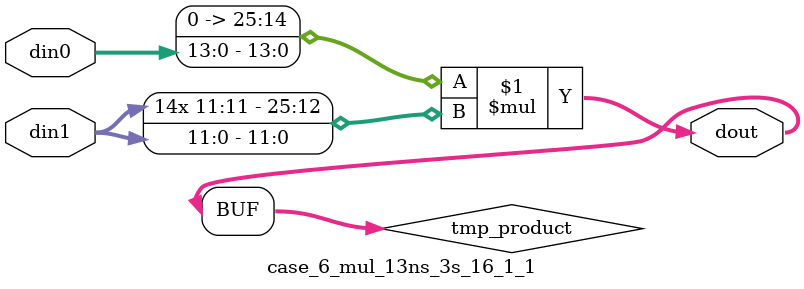
<source format=v>

`timescale 1 ns / 1 ps

 (* use_dsp = "no" *)  module case_6_mul_13ns_3s_16_1_1(din0, din1, dout);
parameter ID = 1;
parameter NUM_STAGE = 0;
parameter din0_WIDTH = 14;
parameter din1_WIDTH = 12;
parameter dout_WIDTH = 26;

input [din0_WIDTH - 1 : 0] din0; 
input [din1_WIDTH - 1 : 0] din1; 
output [dout_WIDTH - 1 : 0] dout;

wire signed [dout_WIDTH - 1 : 0] tmp_product;

























assign tmp_product = $signed({1'b0, din0}) * $signed(din1);










assign dout = tmp_product;





















endmodule

</source>
